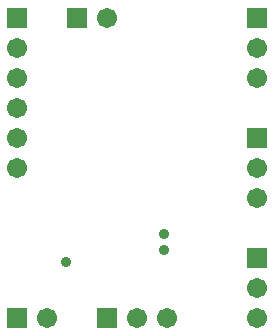
<source format=gbs>
G04*
G04 #@! TF.GenerationSoftware,Altium Limited,Altium Designer,20.1.11 (218)*
G04*
G04 Layer_Color=16711935*
%FSLAX25Y25*%
%MOIN*%
G70*
G04*
G04 #@! TF.SameCoordinates,C0BC10C8-0731-4CBC-98FA-3322C1096404*
G04*
G04*
G04 #@! TF.FilePolarity,Negative*
G04*
G01*
G75*
%ADD18R,0.06706X0.06706*%
%ADD19C,0.06706*%
%ADD20R,0.06706X0.06706*%
%ADD21C,0.03556*%
D18*
X150000Y110000D02*
D03*
X170000Y210000D02*
D03*
X180000Y110000D02*
D03*
D19*
X160000D02*
D03*
X180000Y210000D02*
D03*
X230000Y190000D02*
D03*
Y200000D02*
D03*
X150000Y160000D02*
D03*
Y170000D02*
D03*
Y180000D02*
D03*
Y190000D02*
D03*
Y200000D02*
D03*
X230000Y150000D02*
D03*
Y160000D02*
D03*
Y110000D02*
D03*
Y120000D02*
D03*
X200000Y110000D02*
D03*
X190000D02*
D03*
D20*
X230000Y210000D02*
D03*
X150000D02*
D03*
X230000Y170000D02*
D03*
Y130000D02*
D03*
D21*
X166500Y128500D02*
D03*
X199000Y132500D02*
D03*
Y138000D02*
D03*
M02*

</source>
